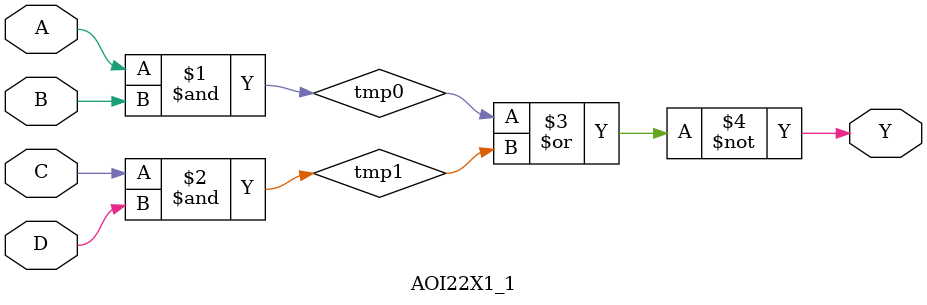
<source format=v>
module AOI22X1_1(A, B, C, D, Y);
input A, B, C, D;
output Y;
wire tmp0, tmp1;
and(tmp0, A, B);
and(tmp1, C, D);
nor(Y, tmp0, tmp1);
endmodule
</source>
